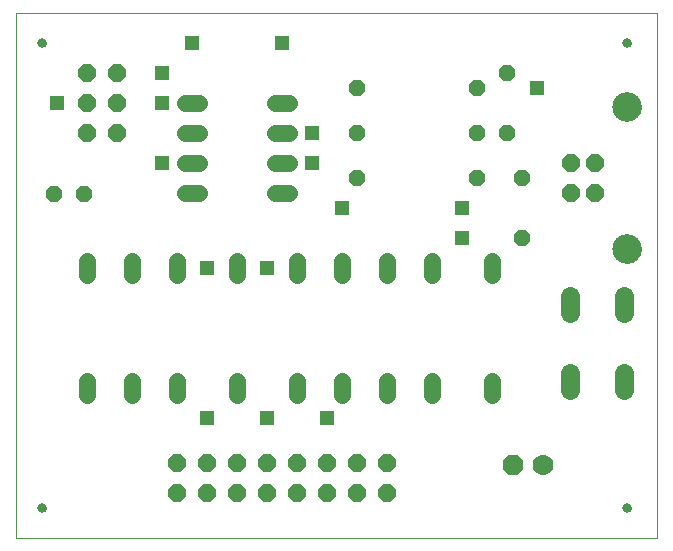
<source format=gbs>
G75*
G70*
%OFA0B0*%
%FSLAX24Y24*%
%IPPOS*%
%LPD*%
%AMOC8*
5,1,8,0,0,1.08239X$1,22.5*
%
%ADD10C,0.0000*%
%ADD11C,0.0315*%
%ADD12OC8,0.0610*%
%ADD13C,0.0984*%
%ADD14OC8,0.0556*%
%ADD15OC8,0.0699*%
%ADD16C,0.0699*%
%ADD17C,0.0636*%
%ADD18C,0.0556*%
%ADD19OC8,0.0596*%
%ADD20R,0.0472X0.0472*%
D10*
X000103Y000105D02*
X021473Y000105D01*
X021473Y017601D01*
X000103Y017601D01*
X000103Y000105D01*
X000855Y001101D02*
X000857Y001122D01*
X000863Y001142D01*
X000872Y001162D01*
X000884Y001179D01*
X000899Y001193D01*
X000917Y001205D01*
X000937Y001213D01*
X000957Y001218D01*
X000978Y001219D01*
X000999Y001216D01*
X001019Y001210D01*
X001038Y001199D01*
X001055Y001186D01*
X001068Y001170D01*
X001079Y001152D01*
X001087Y001132D01*
X001091Y001112D01*
X001091Y001090D01*
X001087Y001070D01*
X001079Y001050D01*
X001068Y001032D01*
X001055Y001016D01*
X001038Y001003D01*
X001019Y000992D01*
X000999Y000986D01*
X000978Y000983D01*
X000957Y000984D01*
X000937Y000989D01*
X000917Y000997D01*
X000899Y001009D01*
X000884Y001023D01*
X000872Y001040D01*
X000863Y001060D01*
X000857Y001080D01*
X000855Y001101D01*
X020355Y001101D02*
X020357Y001122D01*
X020363Y001142D01*
X020372Y001162D01*
X020384Y001179D01*
X020399Y001193D01*
X020417Y001205D01*
X020437Y001213D01*
X020457Y001218D01*
X020478Y001219D01*
X020499Y001216D01*
X020519Y001210D01*
X020538Y001199D01*
X020555Y001186D01*
X020568Y001170D01*
X020579Y001152D01*
X020587Y001132D01*
X020591Y001112D01*
X020591Y001090D01*
X020587Y001070D01*
X020579Y001050D01*
X020568Y001032D01*
X020555Y001016D01*
X020538Y001003D01*
X020519Y000992D01*
X020499Y000986D01*
X020478Y000983D01*
X020457Y000984D01*
X020437Y000989D01*
X020417Y000997D01*
X020399Y001009D01*
X020384Y001023D01*
X020372Y001040D01*
X020363Y001060D01*
X020357Y001080D01*
X020355Y001101D01*
X020020Y009731D02*
X020022Y009773D01*
X020028Y009815D01*
X020038Y009857D01*
X020051Y009897D01*
X020069Y009936D01*
X020090Y009973D01*
X020114Y010007D01*
X020142Y010040D01*
X020172Y010070D01*
X020205Y010096D01*
X020240Y010120D01*
X020278Y010140D01*
X020317Y010156D01*
X020357Y010169D01*
X020399Y010178D01*
X020441Y010183D01*
X020484Y010184D01*
X020526Y010181D01*
X020568Y010174D01*
X020609Y010163D01*
X020649Y010148D01*
X020687Y010130D01*
X020724Y010108D01*
X020758Y010083D01*
X020790Y010055D01*
X020818Y010024D01*
X020844Y009990D01*
X020867Y009954D01*
X020886Y009917D01*
X020902Y009877D01*
X020914Y009836D01*
X020922Y009795D01*
X020926Y009752D01*
X020926Y009710D01*
X020922Y009667D01*
X020914Y009626D01*
X020902Y009585D01*
X020886Y009545D01*
X020867Y009508D01*
X020844Y009472D01*
X020818Y009438D01*
X020790Y009407D01*
X020758Y009379D01*
X020724Y009354D01*
X020687Y009332D01*
X020649Y009314D01*
X020609Y009299D01*
X020568Y009288D01*
X020526Y009281D01*
X020484Y009278D01*
X020441Y009279D01*
X020399Y009284D01*
X020357Y009293D01*
X020317Y009306D01*
X020278Y009322D01*
X020240Y009342D01*
X020205Y009366D01*
X020172Y009392D01*
X020142Y009422D01*
X020114Y009455D01*
X020090Y009489D01*
X020069Y009526D01*
X020051Y009565D01*
X020038Y009605D01*
X020028Y009647D01*
X020022Y009689D01*
X020020Y009731D01*
X020020Y014471D02*
X020022Y014513D01*
X020028Y014555D01*
X020038Y014597D01*
X020051Y014637D01*
X020069Y014676D01*
X020090Y014713D01*
X020114Y014747D01*
X020142Y014780D01*
X020172Y014810D01*
X020205Y014836D01*
X020240Y014860D01*
X020278Y014880D01*
X020317Y014896D01*
X020357Y014909D01*
X020399Y014918D01*
X020441Y014923D01*
X020484Y014924D01*
X020526Y014921D01*
X020568Y014914D01*
X020609Y014903D01*
X020649Y014888D01*
X020687Y014870D01*
X020724Y014848D01*
X020758Y014823D01*
X020790Y014795D01*
X020818Y014764D01*
X020844Y014730D01*
X020867Y014694D01*
X020886Y014657D01*
X020902Y014617D01*
X020914Y014576D01*
X020922Y014535D01*
X020926Y014492D01*
X020926Y014450D01*
X020922Y014407D01*
X020914Y014366D01*
X020902Y014325D01*
X020886Y014285D01*
X020867Y014248D01*
X020844Y014212D01*
X020818Y014178D01*
X020790Y014147D01*
X020758Y014119D01*
X020724Y014094D01*
X020687Y014072D01*
X020649Y014054D01*
X020609Y014039D01*
X020568Y014028D01*
X020526Y014021D01*
X020484Y014018D01*
X020441Y014019D01*
X020399Y014024D01*
X020357Y014033D01*
X020317Y014046D01*
X020278Y014062D01*
X020240Y014082D01*
X020205Y014106D01*
X020172Y014132D01*
X020142Y014162D01*
X020114Y014195D01*
X020090Y014229D01*
X020069Y014266D01*
X020051Y014305D01*
X020038Y014345D01*
X020028Y014387D01*
X020022Y014429D01*
X020020Y014471D01*
X020355Y016601D02*
X020357Y016622D01*
X020363Y016642D01*
X020372Y016662D01*
X020384Y016679D01*
X020399Y016693D01*
X020417Y016705D01*
X020437Y016713D01*
X020457Y016718D01*
X020478Y016719D01*
X020499Y016716D01*
X020519Y016710D01*
X020538Y016699D01*
X020555Y016686D01*
X020568Y016670D01*
X020579Y016652D01*
X020587Y016632D01*
X020591Y016612D01*
X020591Y016590D01*
X020587Y016570D01*
X020579Y016550D01*
X020568Y016532D01*
X020555Y016516D01*
X020538Y016503D01*
X020519Y016492D01*
X020499Y016486D01*
X020478Y016483D01*
X020457Y016484D01*
X020437Y016489D01*
X020417Y016497D01*
X020399Y016509D01*
X020384Y016523D01*
X020372Y016540D01*
X020363Y016560D01*
X020357Y016580D01*
X020355Y016601D01*
X000855Y016601D02*
X000857Y016622D01*
X000863Y016642D01*
X000872Y016662D01*
X000884Y016679D01*
X000899Y016693D01*
X000917Y016705D01*
X000937Y016713D01*
X000957Y016718D01*
X000978Y016719D01*
X000999Y016716D01*
X001019Y016710D01*
X001038Y016699D01*
X001055Y016686D01*
X001068Y016670D01*
X001079Y016652D01*
X001087Y016632D01*
X001091Y016612D01*
X001091Y016590D01*
X001087Y016570D01*
X001079Y016550D01*
X001068Y016532D01*
X001055Y016516D01*
X001038Y016503D01*
X001019Y016492D01*
X000999Y016486D01*
X000978Y016483D01*
X000957Y016484D01*
X000937Y016489D01*
X000917Y016497D01*
X000899Y016509D01*
X000884Y016523D01*
X000872Y016540D01*
X000863Y016560D01*
X000857Y016580D01*
X000855Y016601D01*
D11*
X000973Y016601D03*
X020473Y016601D03*
X020473Y001101D03*
X000973Y001101D03*
D12*
X018618Y011609D03*
X019406Y011609D03*
X019406Y012593D03*
X018618Y012593D03*
D13*
X020473Y014471D03*
X020473Y009731D03*
D14*
X016973Y010101D03*
X016973Y012101D03*
X015473Y012101D03*
X015473Y013601D03*
X016473Y013601D03*
X015473Y015101D03*
X016473Y015601D03*
X011473Y015101D03*
X011473Y013601D03*
X011473Y012101D03*
X002354Y011561D03*
X001354Y011561D03*
D15*
X016658Y002522D03*
D16*
X017658Y002522D03*
D17*
X018583Y005042D02*
X018583Y005600D01*
X020363Y005600D02*
X020363Y005042D01*
X020363Y007602D02*
X020363Y008160D01*
X018583Y008160D02*
X018583Y007602D01*
D18*
X015973Y008862D02*
X015973Y009340D01*
X013973Y009340D02*
X013973Y008862D01*
X012473Y008862D02*
X012473Y009340D01*
X010973Y009340D02*
X010973Y008862D01*
X009473Y008862D02*
X009473Y009340D01*
X007473Y009340D02*
X007473Y008862D01*
X005473Y008862D02*
X005473Y009340D01*
X003973Y009340D02*
X003973Y008862D01*
X002473Y008862D02*
X002473Y009340D01*
X005734Y011601D02*
X006211Y011601D01*
X006211Y012601D02*
X005734Y012601D01*
X005734Y013601D02*
X006211Y013601D01*
X006211Y014601D02*
X005734Y014601D01*
X008734Y014601D02*
X009211Y014601D01*
X009211Y013601D02*
X008734Y013601D01*
X008734Y012601D02*
X009211Y012601D01*
X009211Y011601D02*
X008734Y011601D01*
X009473Y005340D02*
X009473Y004862D01*
X010973Y004862D02*
X010973Y005340D01*
X012473Y005340D02*
X012473Y004862D01*
X013973Y004862D02*
X013973Y005340D01*
X015973Y005340D02*
X015973Y004862D01*
X007473Y004862D02*
X007473Y005340D01*
X005473Y005340D02*
X005473Y004862D01*
X003973Y004862D02*
X003973Y005340D01*
X002473Y005340D02*
X002473Y004862D01*
D19*
X005473Y002601D03*
X006473Y002601D03*
X007473Y002601D03*
X008473Y002601D03*
X009473Y002601D03*
X010473Y002601D03*
X011473Y002601D03*
X012473Y002601D03*
X012473Y001601D03*
X011473Y001601D03*
X010473Y001601D03*
X009473Y001601D03*
X008473Y001601D03*
X007473Y001601D03*
X006473Y001601D03*
X005473Y001601D03*
X003473Y013601D03*
X002473Y013601D03*
X002473Y014601D03*
X003473Y014601D03*
X003473Y015601D03*
X002473Y015601D03*
D20*
X001473Y014601D03*
X004973Y014601D03*
X004984Y015601D03*
X005973Y016601D03*
X008973Y016601D03*
X009973Y013601D03*
X009973Y012601D03*
X010973Y011101D03*
X008473Y009101D03*
X006473Y009101D03*
X004973Y012601D03*
X014973Y011101D03*
X014973Y010101D03*
X017473Y015101D03*
X010473Y004101D03*
X008473Y004101D03*
X006473Y004101D03*
M02*

</source>
